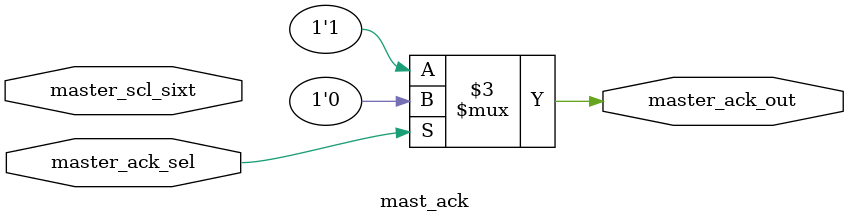
<source format=v>
module mast_demux(
    master_demux_in,
    master_demux_select,
    master_ack,
    master_slavedata
);
    input master_demux_in, master_demux_select;
    output reg master_ack, master_slavedata;

    always @(master_demux_in, master_demux_select)
        case (master_demux_select)
            1'b0:
                begin
                    master_ack = master_demux_in;
                    master_slavedata = 1'b0;
                end
            1'b1:
                begin
                    master_ack = 1'b0;
                    master_slavedata = master_demux_in;
                end
        endcase
endmodule

// Code Master 4 by 1 mux for making frame
module mast_mux(
    master_addrslave,
    master_dataslave,
    select,
    master_mux_out,
    master_ack_out
);
    input master_addrslave, master_dataslave, master_ack_out;
    input [1:0] select;
    output reg master_mux_out;

    always @(select, master_addrslave, master_dataslave, master_ack_out)
        case (select)
            2'b00:
                master_mux_out = 1'b0;
            2'b01:
                master_mux_out = master_addrslave;
            2'b10:
                master_mux_out = master_dataslave;
            2'b11:
                master_mux_out = master_ack_out;
        endcase
endmodule

// Code for Master 2 by 1 MUX to send ACK
module mast_ack(
    master_scl_sixt,
    master_ack_sel,
    master_ack_out
);
    input master_ack_sel;
    input master_scl_sixt;
    output reg master_ack_out;
    parameter ACK = 1'b0, NACK = 1'b1;

    always @(*)
        if (master_ack_sel)
            master_ack_out = ACK;
        else
            master_ack_out = NACK;
endmodule
</source>
